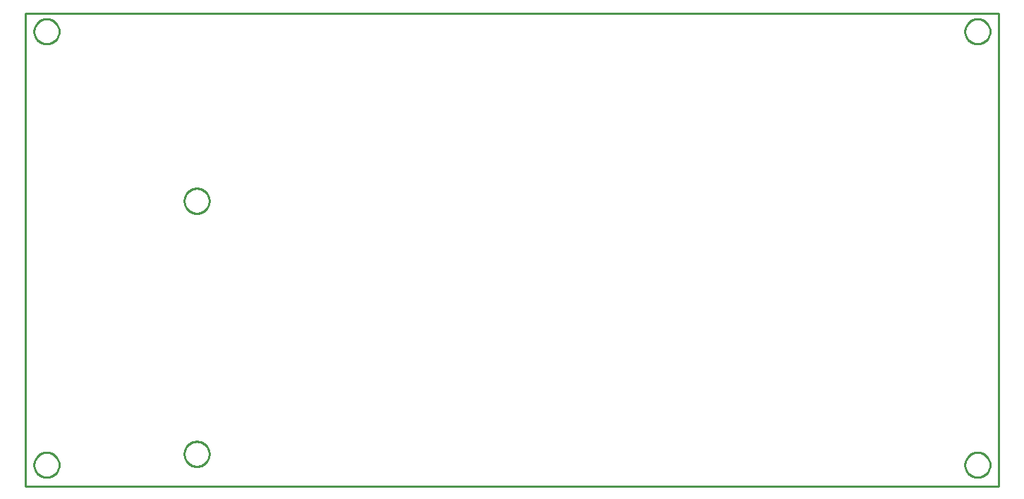
<source format=gbr>
G04 EAGLE Gerber X2 export*
%TF.Part,Single*%
%TF.FileFunction,Profile,NP*%
%TF.FilePolarity,Positive*%
%TF.GenerationSoftware,Autodesk,EAGLE,9.0.0*%
%TF.CreationDate,2018-05-03T13:10:54Z*%
G75*
%MOMM*%
%FSLAX34Y34*%
%LPD*%
%AMOC8*
5,1,8,0,0,1.08239X$1,22.5*%
G01*
%ADD10C,0.254000*%


D10*
X12700Y558800D02*
X1180900Y558800D01*
X1180900Y1127000D01*
X12700Y1127000D01*
X12700Y558800D01*
X53100Y1104364D02*
X53024Y1103296D01*
X52871Y1102235D01*
X52643Y1101188D01*
X52341Y1100160D01*
X51967Y1099156D01*
X51522Y1098181D01*
X51008Y1097241D01*
X50429Y1096340D01*
X49787Y1095482D01*
X49085Y1094672D01*
X48328Y1093915D01*
X47518Y1093213D01*
X46660Y1092571D01*
X45759Y1091992D01*
X44819Y1091478D01*
X43844Y1091033D01*
X42840Y1090659D01*
X41812Y1090357D01*
X40765Y1090129D01*
X39704Y1089976D01*
X38636Y1089900D01*
X37564Y1089900D01*
X36496Y1089976D01*
X35435Y1090129D01*
X34388Y1090357D01*
X33360Y1090659D01*
X32356Y1091033D01*
X31381Y1091478D01*
X30441Y1091992D01*
X29540Y1092571D01*
X28682Y1093213D01*
X27872Y1093915D01*
X27115Y1094672D01*
X26413Y1095482D01*
X25771Y1096340D01*
X25192Y1097241D01*
X24678Y1098181D01*
X24233Y1099156D01*
X23859Y1100160D01*
X23557Y1101188D01*
X23329Y1102235D01*
X23176Y1103296D01*
X23100Y1104364D01*
X23100Y1105436D01*
X23176Y1106504D01*
X23329Y1107565D01*
X23557Y1108612D01*
X23859Y1109640D01*
X24233Y1110644D01*
X24678Y1111619D01*
X25192Y1112559D01*
X25771Y1113460D01*
X26413Y1114318D01*
X27115Y1115128D01*
X27872Y1115885D01*
X28682Y1116587D01*
X29540Y1117229D01*
X30441Y1117808D01*
X31381Y1118322D01*
X32356Y1118767D01*
X33360Y1119141D01*
X34388Y1119443D01*
X35435Y1119671D01*
X36496Y1119824D01*
X37564Y1119900D01*
X38636Y1119900D01*
X39704Y1119824D01*
X40765Y1119671D01*
X41812Y1119443D01*
X42840Y1119141D01*
X43844Y1118767D01*
X44819Y1118322D01*
X45759Y1117808D01*
X46660Y1117229D01*
X47518Y1116587D01*
X48328Y1115885D01*
X49085Y1115128D01*
X49787Y1114318D01*
X50429Y1113460D01*
X51008Y1112559D01*
X51522Y1111619D01*
X51967Y1110644D01*
X52341Y1109640D01*
X52643Y1108612D01*
X52871Y1107565D01*
X53024Y1106504D01*
X53100Y1105436D01*
X53100Y1104364D01*
X53100Y583664D02*
X53024Y582596D01*
X52871Y581535D01*
X52643Y580488D01*
X52341Y579460D01*
X51967Y578456D01*
X51522Y577481D01*
X51008Y576541D01*
X50429Y575640D01*
X49787Y574782D01*
X49085Y573972D01*
X48328Y573215D01*
X47518Y572513D01*
X46660Y571871D01*
X45759Y571292D01*
X44819Y570778D01*
X43844Y570333D01*
X42840Y569959D01*
X41812Y569657D01*
X40765Y569429D01*
X39704Y569276D01*
X38636Y569200D01*
X37564Y569200D01*
X36496Y569276D01*
X35435Y569429D01*
X34388Y569657D01*
X33360Y569959D01*
X32356Y570333D01*
X31381Y570778D01*
X30441Y571292D01*
X29540Y571871D01*
X28682Y572513D01*
X27872Y573215D01*
X27115Y573972D01*
X26413Y574782D01*
X25771Y575640D01*
X25192Y576541D01*
X24678Y577481D01*
X24233Y578456D01*
X23859Y579460D01*
X23557Y580488D01*
X23329Y581535D01*
X23176Y582596D01*
X23100Y583664D01*
X23100Y584736D01*
X23176Y585804D01*
X23329Y586865D01*
X23557Y587912D01*
X23859Y588940D01*
X24233Y589944D01*
X24678Y590919D01*
X25192Y591859D01*
X25771Y592760D01*
X26413Y593618D01*
X27115Y594428D01*
X27872Y595185D01*
X28682Y595887D01*
X29540Y596529D01*
X30441Y597108D01*
X31381Y597622D01*
X32356Y598067D01*
X33360Y598441D01*
X34388Y598743D01*
X35435Y598971D01*
X36496Y599124D01*
X37564Y599200D01*
X38636Y599200D01*
X39704Y599124D01*
X40765Y598971D01*
X41812Y598743D01*
X42840Y598441D01*
X43844Y598067D01*
X44819Y597622D01*
X45759Y597108D01*
X46660Y596529D01*
X47518Y595887D01*
X48328Y595185D01*
X49085Y594428D01*
X49787Y593618D01*
X50429Y592760D01*
X51008Y591859D01*
X51522Y590919D01*
X51967Y589944D01*
X52341Y588940D01*
X52643Y587912D01*
X52871Y586865D01*
X53024Y585804D01*
X53100Y584736D01*
X53100Y583664D01*
X1170700Y1104364D02*
X1170624Y1103296D01*
X1170471Y1102235D01*
X1170243Y1101188D01*
X1169941Y1100160D01*
X1169567Y1099156D01*
X1169122Y1098181D01*
X1168608Y1097241D01*
X1168029Y1096340D01*
X1167387Y1095482D01*
X1166685Y1094672D01*
X1165928Y1093915D01*
X1165118Y1093213D01*
X1164260Y1092571D01*
X1163359Y1091992D01*
X1162419Y1091478D01*
X1161444Y1091033D01*
X1160440Y1090659D01*
X1159412Y1090357D01*
X1158365Y1090129D01*
X1157304Y1089976D01*
X1156236Y1089900D01*
X1155164Y1089900D01*
X1154096Y1089976D01*
X1153035Y1090129D01*
X1151988Y1090357D01*
X1150960Y1090659D01*
X1149956Y1091033D01*
X1148981Y1091478D01*
X1148041Y1091992D01*
X1147140Y1092571D01*
X1146282Y1093213D01*
X1145472Y1093915D01*
X1144715Y1094672D01*
X1144013Y1095482D01*
X1143371Y1096340D01*
X1142792Y1097241D01*
X1142278Y1098181D01*
X1141833Y1099156D01*
X1141459Y1100160D01*
X1141157Y1101188D01*
X1140929Y1102235D01*
X1140776Y1103296D01*
X1140700Y1104364D01*
X1140700Y1105436D01*
X1140776Y1106504D01*
X1140929Y1107565D01*
X1141157Y1108612D01*
X1141459Y1109640D01*
X1141833Y1110644D01*
X1142278Y1111619D01*
X1142792Y1112559D01*
X1143371Y1113460D01*
X1144013Y1114318D01*
X1144715Y1115128D01*
X1145472Y1115885D01*
X1146282Y1116587D01*
X1147140Y1117229D01*
X1148041Y1117808D01*
X1148981Y1118322D01*
X1149956Y1118767D01*
X1150960Y1119141D01*
X1151988Y1119443D01*
X1153035Y1119671D01*
X1154096Y1119824D01*
X1155164Y1119900D01*
X1156236Y1119900D01*
X1157304Y1119824D01*
X1158365Y1119671D01*
X1159412Y1119443D01*
X1160440Y1119141D01*
X1161444Y1118767D01*
X1162419Y1118322D01*
X1163359Y1117808D01*
X1164260Y1117229D01*
X1165118Y1116587D01*
X1165928Y1115885D01*
X1166685Y1115128D01*
X1167387Y1114318D01*
X1168029Y1113460D01*
X1168608Y1112559D01*
X1169122Y1111619D01*
X1169567Y1110644D01*
X1169941Y1109640D01*
X1170243Y1108612D01*
X1170471Y1107565D01*
X1170624Y1106504D01*
X1170700Y1105436D01*
X1170700Y1104364D01*
X1170700Y583664D02*
X1170624Y582596D01*
X1170471Y581535D01*
X1170243Y580488D01*
X1169941Y579460D01*
X1169567Y578456D01*
X1169122Y577481D01*
X1168608Y576541D01*
X1168029Y575640D01*
X1167387Y574782D01*
X1166685Y573972D01*
X1165928Y573215D01*
X1165118Y572513D01*
X1164260Y571871D01*
X1163359Y571292D01*
X1162419Y570778D01*
X1161444Y570333D01*
X1160440Y569959D01*
X1159412Y569657D01*
X1158365Y569429D01*
X1157304Y569276D01*
X1156236Y569200D01*
X1155164Y569200D01*
X1154096Y569276D01*
X1153035Y569429D01*
X1151988Y569657D01*
X1150960Y569959D01*
X1149956Y570333D01*
X1148981Y570778D01*
X1148041Y571292D01*
X1147140Y571871D01*
X1146282Y572513D01*
X1145472Y573215D01*
X1144715Y573972D01*
X1144013Y574782D01*
X1143371Y575640D01*
X1142792Y576541D01*
X1142278Y577481D01*
X1141833Y578456D01*
X1141459Y579460D01*
X1141157Y580488D01*
X1140929Y581535D01*
X1140776Y582596D01*
X1140700Y583664D01*
X1140700Y584736D01*
X1140776Y585804D01*
X1140929Y586865D01*
X1141157Y587912D01*
X1141459Y588940D01*
X1141833Y589944D01*
X1142278Y590919D01*
X1142792Y591859D01*
X1143371Y592760D01*
X1144013Y593618D01*
X1144715Y594428D01*
X1145472Y595185D01*
X1146282Y595887D01*
X1147140Y596529D01*
X1148041Y597108D01*
X1148981Y597622D01*
X1149956Y598067D01*
X1150960Y598441D01*
X1151988Y598743D01*
X1153035Y598971D01*
X1154096Y599124D01*
X1155164Y599200D01*
X1156236Y599200D01*
X1157304Y599124D01*
X1158365Y598971D01*
X1159412Y598743D01*
X1160440Y598441D01*
X1161444Y598067D01*
X1162419Y597622D01*
X1163359Y597108D01*
X1164260Y596529D01*
X1165118Y595887D01*
X1165928Y595185D01*
X1166685Y594428D01*
X1167387Y593618D01*
X1168029Y592760D01*
X1168608Y591859D01*
X1169122Y590919D01*
X1169567Y589944D01*
X1169941Y588940D01*
X1170243Y587912D01*
X1170471Y586865D01*
X1170624Y585804D01*
X1170700Y584736D01*
X1170700Y583664D01*
X53100Y1104364D02*
X53024Y1103296D01*
X52871Y1102235D01*
X52643Y1101188D01*
X52341Y1100160D01*
X51967Y1099156D01*
X51522Y1098181D01*
X51008Y1097241D01*
X50429Y1096340D01*
X49787Y1095482D01*
X49085Y1094672D01*
X48328Y1093915D01*
X47518Y1093213D01*
X46660Y1092571D01*
X45759Y1091992D01*
X44819Y1091478D01*
X43844Y1091033D01*
X42840Y1090659D01*
X41812Y1090357D01*
X40765Y1090129D01*
X39704Y1089976D01*
X38636Y1089900D01*
X37564Y1089900D01*
X36496Y1089976D01*
X35435Y1090129D01*
X34388Y1090357D01*
X33360Y1090659D01*
X32356Y1091033D01*
X31381Y1091478D01*
X30441Y1091992D01*
X29540Y1092571D01*
X28682Y1093213D01*
X27872Y1093915D01*
X27115Y1094672D01*
X26413Y1095482D01*
X25771Y1096340D01*
X25192Y1097241D01*
X24678Y1098181D01*
X24233Y1099156D01*
X23859Y1100160D01*
X23557Y1101188D01*
X23329Y1102235D01*
X23176Y1103296D01*
X23100Y1104364D01*
X23100Y1105436D01*
X23176Y1106504D01*
X23329Y1107565D01*
X23557Y1108612D01*
X23859Y1109640D01*
X24233Y1110644D01*
X24678Y1111619D01*
X25192Y1112559D01*
X25771Y1113460D01*
X26413Y1114318D01*
X27115Y1115128D01*
X27872Y1115885D01*
X28682Y1116587D01*
X29540Y1117229D01*
X30441Y1117808D01*
X31381Y1118322D01*
X32356Y1118767D01*
X33360Y1119141D01*
X34388Y1119443D01*
X35435Y1119671D01*
X36496Y1119824D01*
X37564Y1119900D01*
X38636Y1119900D01*
X39704Y1119824D01*
X40765Y1119671D01*
X41812Y1119443D01*
X42840Y1119141D01*
X43844Y1118767D01*
X44819Y1118322D01*
X45759Y1117808D01*
X46660Y1117229D01*
X47518Y1116587D01*
X48328Y1115885D01*
X49085Y1115128D01*
X49787Y1114318D01*
X50429Y1113460D01*
X51008Y1112559D01*
X51522Y1111619D01*
X51967Y1110644D01*
X52341Y1109640D01*
X52643Y1108612D01*
X52871Y1107565D01*
X53024Y1106504D01*
X53100Y1105436D01*
X53100Y1104364D01*
X53100Y583664D02*
X53024Y582596D01*
X52871Y581535D01*
X52643Y580488D01*
X52341Y579460D01*
X51967Y578456D01*
X51522Y577481D01*
X51008Y576541D01*
X50429Y575640D01*
X49787Y574782D01*
X49085Y573972D01*
X48328Y573215D01*
X47518Y572513D01*
X46660Y571871D01*
X45759Y571292D01*
X44819Y570778D01*
X43844Y570333D01*
X42840Y569959D01*
X41812Y569657D01*
X40765Y569429D01*
X39704Y569276D01*
X38636Y569200D01*
X37564Y569200D01*
X36496Y569276D01*
X35435Y569429D01*
X34388Y569657D01*
X33360Y569959D01*
X32356Y570333D01*
X31381Y570778D01*
X30441Y571292D01*
X29540Y571871D01*
X28682Y572513D01*
X27872Y573215D01*
X27115Y573972D01*
X26413Y574782D01*
X25771Y575640D01*
X25192Y576541D01*
X24678Y577481D01*
X24233Y578456D01*
X23859Y579460D01*
X23557Y580488D01*
X23329Y581535D01*
X23176Y582596D01*
X23100Y583664D01*
X23100Y584736D01*
X23176Y585804D01*
X23329Y586865D01*
X23557Y587912D01*
X23859Y588940D01*
X24233Y589944D01*
X24678Y590919D01*
X25192Y591859D01*
X25771Y592760D01*
X26413Y593618D01*
X27115Y594428D01*
X27872Y595185D01*
X28682Y595887D01*
X29540Y596529D01*
X30441Y597108D01*
X31381Y597622D01*
X32356Y598067D01*
X33360Y598441D01*
X34388Y598743D01*
X35435Y598971D01*
X36496Y599124D01*
X37564Y599200D01*
X38636Y599200D01*
X39704Y599124D01*
X40765Y598971D01*
X41812Y598743D01*
X42840Y598441D01*
X43844Y598067D01*
X44819Y597622D01*
X45759Y597108D01*
X46660Y596529D01*
X47518Y595887D01*
X48328Y595185D01*
X49085Y594428D01*
X49787Y593618D01*
X50429Y592760D01*
X51008Y591859D01*
X51522Y590919D01*
X51967Y589944D01*
X52341Y588940D01*
X52643Y587912D01*
X52871Y586865D01*
X53024Y585804D01*
X53100Y584736D01*
X53100Y583664D01*
X1170700Y1104364D02*
X1170624Y1103296D01*
X1170471Y1102235D01*
X1170243Y1101188D01*
X1169941Y1100160D01*
X1169567Y1099156D01*
X1169122Y1098181D01*
X1168608Y1097241D01*
X1168029Y1096340D01*
X1167387Y1095482D01*
X1166685Y1094672D01*
X1165928Y1093915D01*
X1165118Y1093213D01*
X1164260Y1092571D01*
X1163359Y1091992D01*
X1162419Y1091478D01*
X1161444Y1091033D01*
X1160440Y1090659D01*
X1159412Y1090357D01*
X1158365Y1090129D01*
X1157304Y1089976D01*
X1156236Y1089900D01*
X1155164Y1089900D01*
X1154096Y1089976D01*
X1153035Y1090129D01*
X1151988Y1090357D01*
X1150960Y1090659D01*
X1149956Y1091033D01*
X1148981Y1091478D01*
X1148041Y1091992D01*
X1147140Y1092571D01*
X1146282Y1093213D01*
X1145472Y1093915D01*
X1144715Y1094672D01*
X1144013Y1095482D01*
X1143371Y1096340D01*
X1142792Y1097241D01*
X1142278Y1098181D01*
X1141833Y1099156D01*
X1141459Y1100160D01*
X1141157Y1101188D01*
X1140929Y1102235D01*
X1140776Y1103296D01*
X1140700Y1104364D01*
X1140700Y1105436D01*
X1140776Y1106504D01*
X1140929Y1107565D01*
X1141157Y1108612D01*
X1141459Y1109640D01*
X1141833Y1110644D01*
X1142278Y1111619D01*
X1142792Y1112559D01*
X1143371Y1113460D01*
X1144013Y1114318D01*
X1144715Y1115128D01*
X1145472Y1115885D01*
X1146282Y1116587D01*
X1147140Y1117229D01*
X1148041Y1117808D01*
X1148981Y1118322D01*
X1149956Y1118767D01*
X1150960Y1119141D01*
X1151988Y1119443D01*
X1153035Y1119671D01*
X1154096Y1119824D01*
X1155164Y1119900D01*
X1156236Y1119900D01*
X1157304Y1119824D01*
X1158365Y1119671D01*
X1159412Y1119443D01*
X1160440Y1119141D01*
X1161444Y1118767D01*
X1162419Y1118322D01*
X1163359Y1117808D01*
X1164260Y1117229D01*
X1165118Y1116587D01*
X1165928Y1115885D01*
X1166685Y1115128D01*
X1167387Y1114318D01*
X1168029Y1113460D01*
X1168608Y1112559D01*
X1169122Y1111619D01*
X1169567Y1110644D01*
X1169941Y1109640D01*
X1170243Y1108612D01*
X1170471Y1107565D01*
X1170624Y1106504D01*
X1170700Y1105436D01*
X1170700Y1104364D01*
X1170700Y583664D02*
X1170624Y582596D01*
X1170471Y581535D01*
X1170243Y580488D01*
X1169941Y579460D01*
X1169567Y578456D01*
X1169122Y577481D01*
X1168608Y576541D01*
X1168029Y575640D01*
X1167387Y574782D01*
X1166685Y573972D01*
X1165928Y573215D01*
X1165118Y572513D01*
X1164260Y571871D01*
X1163359Y571292D01*
X1162419Y570778D01*
X1161444Y570333D01*
X1160440Y569959D01*
X1159412Y569657D01*
X1158365Y569429D01*
X1157304Y569276D01*
X1156236Y569200D01*
X1155164Y569200D01*
X1154096Y569276D01*
X1153035Y569429D01*
X1151988Y569657D01*
X1150960Y569959D01*
X1149956Y570333D01*
X1148981Y570778D01*
X1148041Y571292D01*
X1147140Y571871D01*
X1146282Y572513D01*
X1145472Y573215D01*
X1144715Y573972D01*
X1144013Y574782D01*
X1143371Y575640D01*
X1142792Y576541D01*
X1142278Y577481D01*
X1141833Y578456D01*
X1141459Y579460D01*
X1141157Y580488D01*
X1140929Y581535D01*
X1140776Y582596D01*
X1140700Y583664D01*
X1140700Y584736D01*
X1140776Y585804D01*
X1140929Y586865D01*
X1141157Y587912D01*
X1141459Y588940D01*
X1141833Y589944D01*
X1142278Y590919D01*
X1142792Y591859D01*
X1143371Y592760D01*
X1144013Y593618D01*
X1144715Y594428D01*
X1145472Y595185D01*
X1146282Y595887D01*
X1147140Y596529D01*
X1148041Y597108D01*
X1148981Y597622D01*
X1149956Y598067D01*
X1150960Y598441D01*
X1151988Y598743D01*
X1153035Y598971D01*
X1154096Y599124D01*
X1155164Y599200D01*
X1156236Y599200D01*
X1157304Y599124D01*
X1158365Y598971D01*
X1159412Y598743D01*
X1160440Y598441D01*
X1161444Y598067D01*
X1162419Y597622D01*
X1163359Y597108D01*
X1164260Y596529D01*
X1165118Y595887D01*
X1165928Y595185D01*
X1166685Y594428D01*
X1167387Y593618D01*
X1168029Y592760D01*
X1168608Y591859D01*
X1169122Y590919D01*
X1169567Y589944D01*
X1169941Y588940D01*
X1170243Y587912D01*
X1170471Y586865D01*
X1170624Y585804D01*
X1170700Y584736D01*
X1170700Y583664D01*
X218936Y916300D02*
X220004Y916224D01*
X221065Y916071D01*
X222112Y915843D01*
X223140Y915541D01*
X224144Y915167D01*
X225119Y914722D01*
X226059Y914208D01*
X226960Y913629D01*
X227818Y912987D01*
X228628Y912285D01*
X229385Y911528D01*
X230087Y910718D01*
X230729Y909860D01*
X231308Y908959D01*
X231822Y908019D01*
X232267Y907044D01*
X232641Y906040D01*
X232943Y905012D01*
X233171Y903965D01*
X233324Y902904D01*
X233400Y901836D01*
X233400Y900764D01*
X233324Y899696D01*
X233171Y898635D01*
X232943Y897588D01*
X232641Y896560D01*
X232267Y895556D01*
X231822Y894581D01*
X231308Y893641D01*
X230729Y892740D01*
X230087Y891882D01*
X229385Y891072D01*
X228628Y890315D01*
X227818Y889613D01*
X226960Y888971D01*
X226059Y888392D01*
X225119Y887878D01*
X224144Y887433D01*
X223140Y887059D01*
X222112Y886757D01*
X221065Y886529D01*
X220004Y886376D01*
X218936Y886300D01*
X217864Y886300D01*
X216796Y886376D01*
X215735Y886529D01*
X214688Y886757D01*
X213660Y887059D01*
X212656Y887433D01*
X211681Y887878D01*
X210741Y888392D01*
X209840Y888971D01*
X208982Y889613D01*
X208172Y890315D01*
X207415Y891072D01*
X206713Y891882D01*
X206071Y892740D01*
X205492Y893641D01*
X204978Y894581D01*
X204533Y895556D01*
X204159Y896560D01*
X203857Y897588D01*
X203629Y898635D01*
X203476Y899696D01*
X203400Y900764D01*
X203400Y901836D01*
X203476Y902904D01*
X203629Y903965D01*
X203857Y905012D01*
X204159Y906040D01*
X204533Y907044D01*
X204978Y908019D01*
X205492Y908959D01*
X206071Y909860D01*
X206713Y910718D01*
X207415Y911528D01*
X208172Y912285D01*
X208982Y912987D01*
X209840Y913629D01*
X210741Y914208D01*
X211681Y914722D01*
X212656Y915167D01*
X213660Y915541D01*
X214688Y915843D01*
X215735Y916071D01*
X216796Y916224D01*
X217864Y916300D01*
X218936Y916300D01*
X218936Y612300D02*
X220004Y612224D01*
X221065Y612071D01*
X222112Y611843D01*
X223140Y611541D01*
X224144Y611167D01*
X225119Y610722D01*
X226059Y610208D01*
X226960Y609629D01*
X227818Y608987D01*
X228628Y608285D01*
X229385Y607528D01*
X230087Y606718D01*
X230729Y605860D01*
X231308Y604959D01*
X231822Y604019D01*
X232267Y603044D01*
X232641Y602040D01*
X232943Y601012D01*
X233171Y599965D01*
X233324Y598904D01*
X233400Y597836D01*
X233400Y596764D01*
X233324Y595696D01*
X233171Y594635D01*
X232943Y593588D01*
X232641Y592560D01*
X232267Y591556D01*
X231822Y590581D01*
X231308Y589641D01*
X230729Y588740D01*
X230087Y587882D01*
X229385Y587072D01*
X228628Y586315D01*
X227818Y585613D01*
X226960Y584971D01*
X226059Y584392D01*
X225119Y583878D01*
X224144Y583433D01*
X223140Y583059D01*
X222112Y582757D01*
X221065Y582529D01*
X220004Y582376D01*
X218936Y582300D01*
X217864Y582300D01*
X216796Y582376D01*
X215735Y582529D01*
X214688Y582757D01*
X213660Y583059D01*
X212656Y583433D01*
X211681Y583878D01*
X210741Y584392D01*
X209840Y584971D01*
X208982Y585613D01*
X208172Y586315D01*
X207415Y587072D01*
X206713Y587882D01*
X206071Y588740D01*
X205492Y589641D01*
X204978Y590581D01*
X204533Y591556D01*
X204159Y592560D01*
X203857Y593588D01*
X203629Y594635D01*
X203476Y595696D01*
X203400Y596764D01*
X203400Y597836D01*
X203476Y598904D01*
X203629Y599965D01*
X203857Y601012D01*
X204159Y602040D01*
X204533Y603044D01*
X204978Y604019D01*
X205492Y604959D01*
X206071Y605860D01*
X206713Y606718D01*
X207415Y607528D01*
X208172Y608285D01*
X208982Y608987D01*
X209840Y609629D01*
X210741Y610208D01*
X211681Y610722D01*
X212656Y611167D01*
X213660Y611541D01*
X214688Y611843D01*
X215735Y612071D01*
X216796Y612224D01*
X217864Y612300D01*
X218936Y612300D01*
M02*

</source>
